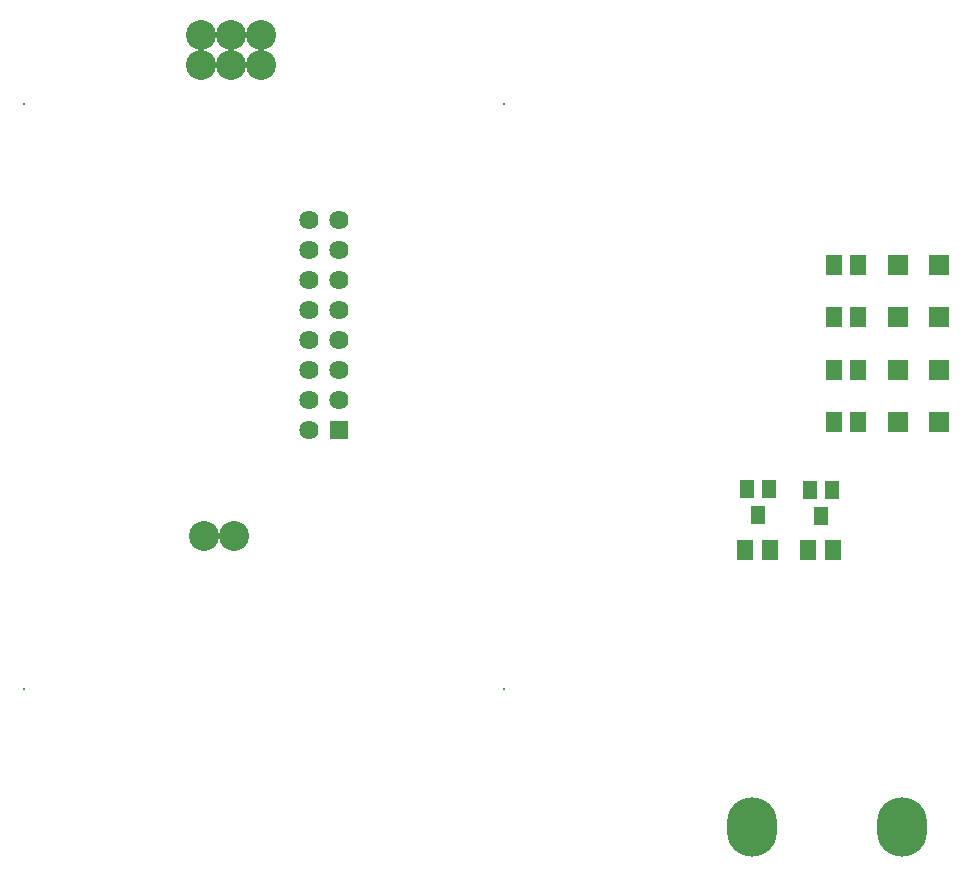
<source format=gbs>
G04 Layer_Color=16711935*
%FSAX24Y24*%
%MOIN*%
G70*
G01*
G75*
%ADD33C,0.0640*%
%ADD34R,0.0640X0.0640*%
%ADD35C,0.1000*%
%ADD36O,0.1680X0.1980*%
%ADD37C,0.0080*%
%ADD38R,0.0474X0.0631*%
%ADD39R,0.0572X0.0671*%
%ADD40R,0.0671X0.0671*%
D33*
X-021550Y026250D02*
D03*
X-022550D02*
D03*
X-021550Y025250D02*
D03*
X-022550D02*
D03*
X-021550Y024250D02*
D03*
X-022550D02*
D03*
X-021550Y023250D02*
D03*
X-022550D02*
D03*
X-021550Y022250D02*
D03*
X-022550D02*
D03*
X-021550Y021250D02*
D03*
X-022550D02*
D03*
X-021550Y020250D02*
D03*
X-022550D02*
D03*
Y019250D02*
D03*
D34*
X-021550D02*
D03*
D35*
X-025050Y015700D02*
D03*
X-026050D02*
D03*
X-026160Y031390D02*
D03*
Y032390D02*
D03*
X-025160D02*
D03*
X-024160D02*
D03*
Y031390D02*
D03*
X-025160D02*
D03*
D36*
X-007800Y005990D02*
D03*
X-002800D02*
D03*
D37*
X-016050Y030115D02*
D03*
X-032050D02*
D03*
Y010615D02*
D03*
X-016050D02*
D03*
D38*
X-007974Y017283D02*
D03*
X-007226D02*
D03*
X-007600Y016417D02*
D03*
X-005874Y017233D02*
D03*
X-005126D02*
D03*
X-005500Y016367D02*
D03*
D39*
X-004250Y024750D02*
D03*
X-005077D02*
D03*
X-004250Y023000D02*
D03*
X-005077D02*
D03*
X-007196Y015250D02*
D03*
X-008023D02*
D03*
X-005087D02*
D03*
X-005913D02*
D03*
X-004250Y021250D02*
D03*
X-005077D02*
D03*
X-004250Y019500D02*
D03*
X-005077D02*
D03*
D40*
X-002939D02*
D03*
X-001561D02*
D03*
X-002939Y021250D02*
D03*
X-001561D02*
D03*
X-002939Y023000D02*
D03*
X-001561D02*
D03*
X-002939Y024750D02*
D03*
X-001561D02*
D03*
M02*

</source>
